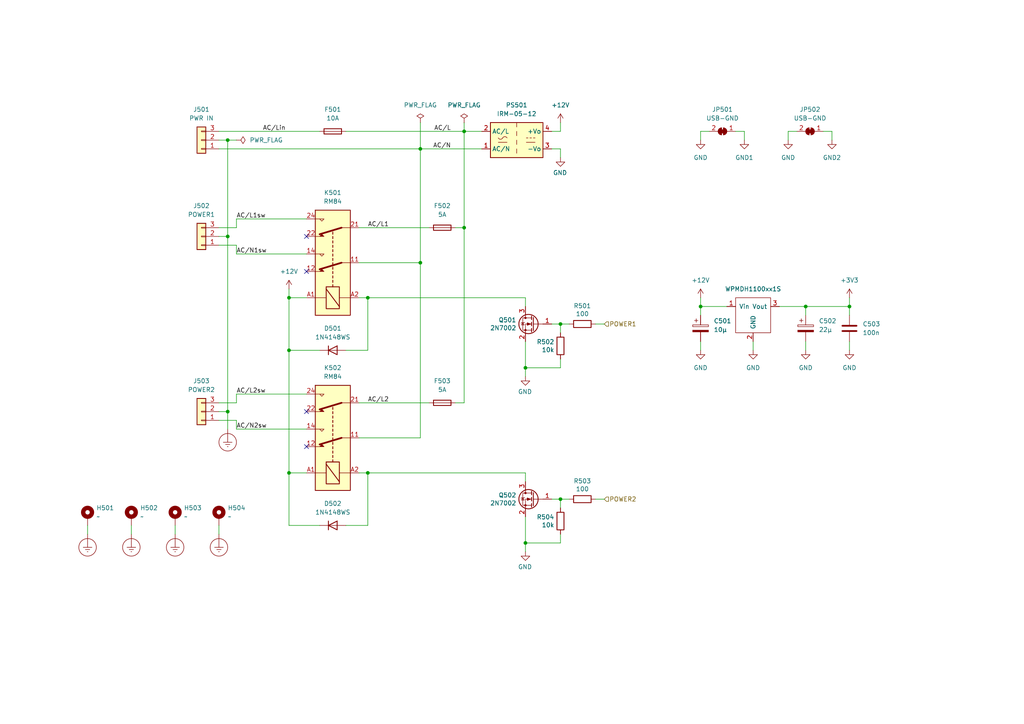
<source format=kicad_sch>
(kicad_sch (version 20211123) (generator eeschema)
  (paper "A4")
  (title_block (title "NAS control") (date "2023-01-11") (rev "0.1") (company "Eurovibes Benedikt Spranger") (comment 1 "SPDX-License-Identifier: CERN-OHL-S-2.0") (comment 2 "https://ohwr.org/cern_ohl_s_v2.txt") (comment 3 "To view a copy of this license, visit") (comment 4 "This work is licensed under the CERN-OHL-S v2"))
  (lib_symbols
    (symbol "Connector_Generic:Conn_01x03" (pin_names (offset 1.016) hide)
      (property "Reference" "J" (at 0 5.08 0))
      (property "Value" "Conn_01x03" (at 0 -5.08 0))
      (symbol "Conn_01x03_1_1"
        (rectangle (start -1.27 -2.413) (end 0 -2.667) (stroke (width 0.1524)))
        (rectangle (start -1.27 0.127) (end 0 -0.127) (stroke (width 0.1524)))
        (rectangle (start -1.27 2.667) (end 0 2.413) (stroke (width 0.1524)))
        (rectangle (start -1.27 3.81) (end 1.27 -3.81) (stroke (width 0.254)) (fill (type background)))
        (pin passive line (at -5.08 2.54 0) (length 3.81) (name "Pin_1") (number "1"))
        (pin passive line (at -5.08 0 0) (length 3.81) (name "Pin_2") (number "2"))
        (pin passive line (at -5.08 -2.54 0) (length 3.81) (name "Pin_3") (number "3"))
      )
    )
    (symbol "Converter_ACDC:IRM-05-12"
      (property "Reference" "PS" (at 0 6.35 0))
      (property "Value" "IRM-05-12" (at 0 -6.35 0))
      (symbol "IRM-05-12_0_1"
        (rectangle (start -7.62 5.08) (end 7.62 -5.08) (stroke (width 0.254)) (fill (type background)))
        (arc (start -5.334 0.635) (mid -4.699 0.2495) (end -4.064 0.635))
        (arc (start -2.794 0.635) (mid -3.429 1.0072) (end -4.064 0.635))
        (polyline (pts (xy -5.334 -0.635) (xy -2.794 -0.635)))
        (polyline (pts (xy 0 -2.54) (xy 0 -3.81)))
        (polyline (pts (xy 0 0) (xy 0 -1.27)))
        (polyline (pts (xy 0 2.54) (xy 0 1.27)))
        (polyline (pts (xy 0 5.08) (xy 0 3.81)))
        (polyline (pts (xy 2.794 -0.635) (xy 5.334 -0.635)))
        (polyline (pts (xy 2.794 0.635) (xy 3.302 0.635)))
        (polyline (pts (xy 3.81 0.635) (xy 4.318 0.635)))
        (polyline (pts (xy 4.826 0.635) (xy 5.334 0.635)))
      )
      (symbol "IRM-05-12_1_1"
        (pin power_in line (at -10.16 -2.54 0) (length 2.54) (name "AC/N") (number "1"))
        (pin power_in line (at -10.16 2.54 0) (length 2.54) (name "AC/L") (number "2"))
        (pin power_out line (at 10.16 -2.54 180) (length 2.54) (name "-Vo") (number "3"))
        (pin power_out line (at 10.16 2.54 180) (length 2.54) (name "+Vo") (number "4"))
      )
    )
    (symbol "Device:C" (pin_numbers hide) (pin_names (offset 0.254))
      (property "Reference" "C" (at 0.635 2.54 0))
      (property "Value" "C" (at 0.635 -2.54 0))
      (symbol "C_0_1"
        (polyline (pts (xy -2.032 -0.762) (xy 2.032 -0.762)) (stroke (width 0.508)))
        (polyline (pts (xy -2.032 0.762) (xy 2.032 0.762)) (stroke (width 0.508)))
      )
      (symbol "C_1_1"
        (pin passive line (at 0 3.81 270) (length 2.794) (name "~") (number "1"))
        (pin passive line (at 0 -3.81 90) (length 2.794) (name "~") (number "2"))
      )
    )
    (symbol "Device:C_Polarized" (pin_numbers hide) (pin_names (offset 0.254))
      (property "Reference" "C" (at 0.635 2.54 0))
      (property "Value" "C_Polarized" (at 0.635 -2.54 0))
      (symbol "C_Polarized_0_1"
        (rectangle (start -2.286 0.508) (end 2.286 1.016))
        (polyline (pts (xy -1.778 2.286) (xy -0.762 2.286)))
        (polyline (pts (xy -1.27 2.794) (xy -1.27 1.778)))
        (rectangle (start 2.286 -0.508) (end -2.286 -1.016) (fill (type outline)))
      )
      (symbol "C_Polarized_1_1"
        (pin passive line (at 0 3.81 270) (length 2.794) (name "~") (number "1"))
        (pin passive line (at 0 -3.81 90) (length 2.794) (name "~") (number "2"))
      )
    )
    (symbol "Device:Fuse" (pin_numbers hide) (pin_names (offset 0))
      (property "Reference" "F" (at 2.032 0 90))
      (property "Value" "Fuse" (at -1.905 0 90))
      (symbol "Fuse_0_1"
        (rectangle (start -0.762 -2.54) (end 0.762 2.54) (stroke (width 0.254)))
        (polyline (pts (xy 0 2.54) (xy 0 -2.54)))
      )
      (symbol "Fuse_1_1"
        (pin passive line (at 0 3.81 270) (length 1.27) (name "~") (number "1"))
        (pin passive line (at 0 -3.81 90) (length 1.27) (name "~") (number "2"))
      )
    )
    (symbol "Device:R" (pin_numbers hide) (pin_names (offset 0))
      (property "Reference" "R" (at 2.032 0 90))
      (property "Value" "R" (at 0 0 90))
      (symbol "R_0_1"
        (rectangle (start -1.016 -2.54) (end 1.016 2.54) (stroke (width 0.254)))
      )
      (symbol "R_1_1"
        (pin passive line (at 0 3.81 270) (length 1.27) (name "~") (number "1"))
        (pin passive line (at 0 -3.81 90) (length 1.27) (name "~") (number "2"))
      )
    )
    (symbol "Diode:1N4148WS" (pin_numbers hide) (pin_names (offset 1.016) hide)
      (property "Reference" "D" (at 0 2.54 0))
      (property "Value" "1N4148WS" (at 0 -2.54 0))
      (symbol "1N4148WS_0_1"
        (polyline (pts (xy -1.27 1.27) (xy -1.27 -1.27)) (stroke (width 0.254)))
        (polyline (pts (xy 1.27 0) (xy -1.27 0)))
        (polyline (pts (xy 1.27 1.27) (xy 1.27 -1.27) (xy -1.27 0) (xy 1.27 1.27)) (stroke (width 0.254)))
      )
      (symbol "1N4148WS_1_1"
        (pin passive line (at -3.81 0 0) (length 2.54) (name "K") (number "1"))
        (pin passive line (at 3.81 0 180) (length 2.54) (name "A") (number "2"))
      )
    )
    (symbol "Jumper:SolderJumper_2_Bridged" (pin_names (offset 0) hide)
      (property "Reference" "JP" (at 0 2.032 0))
      (property "Value" "SolderJumper_2_Bridged" (at 0 -2.54 0))
      (symbol "SolderJumper_2_Bridged_0_1"
        (rectangle (start -0.508 0.508) (end 0.508 -0.508) (fill (type outline)))
        (arc (start -0.254 1.016) (mid -1.27 0) (end -0.254 -1.016))
        (arc (start -0.254 1.016) (mid -1.27 0) (end -0.254 -1.016) (fill (type outline)))
        (polyline (pts (xy -0.254 1.016) (xy -0.254 -1.016)))
        (polyline (pts (xy 0.254 1.016) (xy 0.254 -1.016)))
        (arc (start 0.254 -1.016) (mid 1.27 0) (end 0.254 1.016))
        (arc (start 0.254 -1.016) (mid 1.27 0) (end 0.254 1.016) (fill (type outline)))
      )
      (symbol "SolderJumper_2_Bridged_1_1"
        (pin passive line (at -3.81 0 0) (length 2.54) (name "A") (number "1"))
        (pin passive line (at 3.81 0 180) (length 2.54) (name "B") (number "2"))
      )
    )
    (symbol "Mechanical:MountingHole_Pad" (pin_numbers hide) (pin_names (offset 1.016) hide)
      (property "Reference" "H" (at 0 6.35 0))
      (property "Value" "MountingHole_Pad" (at 0 4.445 0))
      (symbol "MountingHole_Pad_0_1"
        (circle (center 0 1.27) (radius 1.27) (stroke (width 1.27)))
      )
      (symbol "MountingHole_Pad_1_1"
        (pin input line (at 0 -2.54 90) (length 2.54) (name "1") (number "1"))
      )
    )
    (symbol "Relay:RM84"
      (property "Reference" "K" (at 16.51 3.81 0))
      (property "Value" "RM84" (at 16.51 1.27 0))
      (symbol "RM84_0_1"
        (rectangle (start -15.24 5.08) (end 15.24 -5.08) (stroke (width 0.254)) (fill (type background)))
        (rectangle (start -13.335 1.905) (end -6.985 -1.905) (stroke (width 0.254)))
        (polyline (pts (xy -12.7 -1.905) (xy -7.62 1.905)) (stroke (width 0.254)))
        (polyline (pts (xy -10.16 -5.08) (xy -10.16 -1.905)))
        (polyline (pts (xy -10.16 5.08) (xy -10.16 1.905)))
        (polyline (pts (xy -6.985 0) (xy -6.35 0)) (stroke (width 0.254)))
        (polyline (pts (xy -5.715 0) (xy -5.08 0)) (stroke (width 0.254)))
        (polyline (pts (xy -4.445 0) (xy -3.81 0)) (stroke (width 0.254)))
        (polyline (pts (xy -3.175 0) (xy -2.54 0)) (stroke (width 0.254)))
        (polyline (pts (xy -1.905 0) (xy -1.27 0)) (stroke (width 0.254)))
        (polyline (pts (xy -0.635 0) (xy 0 0)) (stroke (width 0.254)))
        (polyline (pts (xy 0 -2.54) (xy -1.905 3.81)) (stroke (width 0.508)))
        (polyline (pts (xy 0 -2.54) (xy 0 -5.08)))
        (polyline (pts (xy 0.635 0) (xy 1.27 0)) (stroke (width 0.254)))
        (polyline (pts (xy 1.905 0) (xy 2.54 0)) (stroke (width 0.254)))
        (polyline (pts (xy 3.175 0) (xy 3.81 0)) (stroke (width 0.254)))
        (polyline (pts (xy 4.445 0) (xy 5.08 0)) (stroke (width 0.254)))
        (polyline (pts (xy 5.715 0) (xy 6.35 0)) (stroke (width 0.254)))
        (polyline (pts (xy 6.985 0) (xy 7.62 0)) (stroke (width 0.254)))
        (polyline (pts (xy 8.255 0) (xy 8.89 0)) (stroke (width 0.254)))
        (polyline (pts (xy 10.16 -2.54) (xy 8.255 3.81)) (stroke (width 0.508)))
        (polyline (pts (xy 10.16 -2.54) (xy 10.16 -5.08)))
        (polyline (pts (xy -2.54 5.08) (xy -2.54 2.54) (xy -1.905 3.175) (xy -2.54 3.81)) (fill (type outline)))
        (polyline (pts (xy 2.54 5.08) (xy 2.54 2.54) (xy 1.905 3.175) (xy 2.54 3.81)))
        (polyline (pts (xy 7.62 5.08) (xy 7.62 2.54) (xy 8.255 3.175) (xy 7.62 3.81)) (fill (type outline)))
        (polyline (pts (xy 12.7 5.08) (xy 12.7 2.54) (xy 12.065 3.175) (xy 12.7 3.81)))
      )
      (symbol "RM84_1_1"
        (pin passive line (at 0 -7.62 90) (length 2.54) (name "~") (number "11"))
        (pin passive line (at -2.54 7.62 270) (length 2.54) (name "~") (number "12"))
        (pin passive line (at 2.54 7.62 270) (length 2.54) (name "~") (number "14"))
        (pin passive line (at 10.16 -7.62 90) (length 2.54) (name "~") (number "21"))
        (pin passive line (at 7.62 7.62 270) (length 2.54) (name "~") (number "22"))
        (pin passive line (at 12.7 7.62 270) (length 2.54) (name "~") (number "24"))
        (pin passive line (at -10.16 7.62 270) (length 2.54) (name "~") (number "A1"))
        (pin passive line (at -10.16 -7.62 90) (length 2.54) (name "~") (number "A2"))
      )
    )
    (symbol "Transistor_FET:2N7002" (pin_names hide)
      (property "Reference" "Q" (at 5.08 1.905 0))
      (property "Value" "2N7002" (at 5.08 0 0))
      (symbol "2N7002_0_1"
        (polyline (pts (xy 0.254 0) (xy -2.54 0)))
        (polyline (pts (xy 0.254 1.905) (xy 0.254 -1.905)) (stroke (width 0.254)))
        (polyline (pts (xy 0.762 -1.27) (xy 0.762 -2.286)) (stroke (width 0.254)))
        (polyline (pts (xy 0.762 0.508) (xy 0.762 -0.508)) (stroke (width 0.254)))
        (polyline (pts (xy 0.762 2.286) (xy 0.762 1.27)) (stroke (width 0.254)))
        (polyline (pts (xy 2.54 2.54) (xy 2.54 1.778)))
        (polyline (pts (xy 2.54 -2.54) (xy 2.54 0) (xy 0.762 0)))
        (polyline (pts (xy 0.762 -1.778) (xy 3.302 -1.778) (xy 3.302 1.778) (xy 0.762 1.778)))
        (polyline (pts (xy 1.016 0) (xy 2.032 0.381) (xy 2.032 -0.381) (xy 1.016 0)) (fill (type outline)))
        (polyline (pts (xy 2.794 0.508) (xy 2.921 0.381) (xy 3.683 0.381) (xy 3.81 0.254)))
        (polyline (pts (xy 3.302 0.381) (xy 2.921 -0.254) (xy 3.683 -0.254) (xy 3.302 0.381)))
        (circle (center 1.651 0) (radius 2.794) (stroke (width 0.254)))
        (circle (center 2.54 -1.778) (radius 0.254) (fill (type outline)))
        (circle (center 2.54 1.778) (radius 0.254) (fill (type outline)))
      )
      (symbol "2N7002_1_1"
        (pin input line (at -5.08 0 0) (length 2.54) (name "G") (number "1"))
        (pin passive line (at 2.54 -5.08 90) (length 2.54) (name "S") (number "2"))
        (pin passive line (at 2.54 5.08 270) (length 2.54) (name "D") (number "3"))
      )
    )
    (symbol "WPMHD1100xx1S:WPMDH1100xx1S" (pin_names (offset 1.016))
      (property "Reference" "U" (at 0 8.89 0))
      (property "Value" "WPMDH1100xx1S" (at 0 6.35 0))
      (symbol "WPMDH1100xx1S_0_1"
        (rectangle (start -5.08 -5.08) (end 5.08 5.08))
      )
      (symbol "WPMDH1100xx1S_1_1"
        (pin power_in line (at -7.62 2.54 0) (length 2.54) (name "Vin") (number "1"))
        (pin power_in line (at 0 -7.62 90) (length 2.54) (name "GND") (number "2"))
        (pin power_out line (at 7.62 2.54 180) (length 2.54) (name "Vout") (number "3"))
      )
    )
    (symbol "power:+12V" (power) (pin_names (offset 0))
      (property "Value" "+12V" (at 0 3.556 0))
      (symbol "+12V_0_1"
        (polyline (pts (xy -0.762 1.27) (xy 0 2.54)))
        (polyline (pts (xy 0 0) (xy 0 2.54)))
        (polyline (pts (xy 0 2.54) (xy 0.762 1.27)))
      )
      (symbol "+12V_1_1"
        (pin power_in line (at 0 0 90) (length 0) hide (name "+12V") (number "1"))
      )
    )
    (symbol "power:+3V3" (power) (pin_names (offset 0))
      (property "Value" "+3V3" (at 0 3.556 0))
      (symbol "+3V3_0_1"
        (polyline (pts (xy -0.762 1.27) (xy 0 2.54)))
        (polyline (pts (xy 0 0) (xy 0 2.54)))
        (polyline (pts (xy 0 2.54) (xy 0.762 1.27)))
      )
      (symbol "+3V3_1_1"
        (pin power_in line (at 0 0 90) (length 0) hide (name "+3V3") (number "1"))
      )
    )
    (symbol "power:Earth_Protective" (power) (pin_names (offset 0))
      (symbol "Earth_Protective_0_1"
        (circle (center 0 -3.81) (radius 2.54))
        (polyline (pts (xy -0.635 -4.445) (xy 0.635 -4.445)))
        (polyline (pts (xy -0.127 -5.08) (xy 0.127 -5.08)))
        (polyline (pts (xy 0 -3.81) (xy 0 0)))
        (polyline (pts (xy 1.27 -3.81) (xy -1.27 -3.81)))
      )
      (symbol "Earth_Protective_1_1"
        (pin power_in line (at 0 0 270) (length 0) hide (name "Earth_Protective") (number "1"))
      )
    )
    (symbol "power:GND" (power) (pin_names (offset 0))
      (property "Value" "GND" (at 0 -3.81 0))
      (symbol "GND_0_1"
        (polyline (pts (xy 0 0) (xy 0 -1.27) (xy 1.27 -1.27) (xy 0 -2.54) (xy -1.27 -1.27) (xy 0 -1.27)))
      )
      (symbol "GND_1_1"
        (pin power_in line (at 0 0 270) (length 0) hide (name "GND") (number "1"))
      )
    )
    (symbol "power:GND1" (power) (pin_names (offset 0))
      (property "Value" "GND1" (at 0 -3.81 0))
      (symbol "GND1_0_1"
        (polyline (pts (xy 0 0) (xy 0 -1.27) (xy 1.27 -1.27) (xy 0 -2.54) (xy -1.27 -1.27) (xy 0 -1.27)))
      )
      (symbol "GND1_1_1"
        (pin power_in line (at 0 0 270) (length 0) hide (name "GND1") (number "1"))
      )
    )
    (symbol "power:GND2" (power) (pin_names (offset 0))
      (property "Value" "GND2" (at 0 -3.81 0))
      (symbol "GND2_0_1"
        (polyline (pts (xy 0 0) (xy 0 -1.27) (xy 1.27 -1.27) (xy 0 -2.54) (xy -1.27 -1.27) (xy 0 -1.27)))
      )
      (symbol "GND2_1_1"
        (pin power_in line (at 0 0 270) (length 0) hide (name "GND2") (number "1"))
      )
    )
    (symbol "power:PWR_FLAG" (power) (pin_numbers hide) (pin_names (offset 0) hide)
      (property "Value" "PWR_FLAG" (at 0 3.81 0))
      (symbol "PWR_FLAG_0_0"
        (pin power_out line (at 0 0 90) (length 0) (name "pwr") (number "1"))
      )
      (symbol "PWR_FLAG_0_1"
        (polyline (pts (xy 0 0) (xy 0 1.27) (xy -1.016 1.905) (xy 0 2.54) (xy 1.016 1.905) (xy 0 1.27)))
      )
    )
  )
  (junction (at 106.68 137.16))
  (junction (at 66.04 68.58))
  (junction (at 162.56 144.78))
  (junction (at 106.68 86.36))
  (junction (at 83.82 101.6))
  (junction (at 152.4 106.68))
  (junction (at 134.62 66.04))
  (junction (at 66.04 40.64))
  (junction (at 121.92 76.2))
  (junction (at 233.68 88.9))
  (junction (at 152.4 157.48))
  (junction (at 246.38 88.9))
  (junction (at 83.82 86.36))
  (junction (at 134.62 38.1))
  (junction (at 83.82 137.16))
  (junction (at 66.04 119.38))
  (junction (at 203.2 88.9))
  (junction (at 162.56 93.98))
  (junction (at 121.92 43.18))
  (no_connect (at 88.9 68.58))
  (no_connect (at 88.9 78.74))
  (no_connect (at 88.9 129.54))
  (no_connect (at 88.9 119.38))
  (wire (pts (xy 68.58 116.84) (xy 63.5 116.84)))
  (wire (pts (xy 162.56 93.98) (xy 162.56 96.52)))
  (wire (pts (xy 66.04 40.64) (xy 68.58 40.64)))
  (wire (pts (xy 106.68 137.16) (xy 106.68 152.4)))
  (wire (pts (xy 162.56 144.78) (xy 160.02 144.78)))
  (wire (pts (xy 68.58 73.66) (xy 68.58 71.12)))
  (wire (pts (xy 226.06 88.9) (xy 233.68 88.9)))
  (wire (pts (xy 203.2 99.06) (xy 203.2 101.6)))
  (wire (pts (xy 83.82 86.36) (xy 83.82 101.6)))
  (wire (pts (xy 203.2 88.9) (xy 210.82 88.9)))
  (wire (pts (xy 88.9 86.36) (xy 83.82 86.36)))
  (wire (pts (xy 104.14 86.36) (xy 106.68 86.36)))
  (wire (pts (xy 104.14 76.2) (xy 121.92 76.2)))
  (wire (pts (xy 63.5 68.58) (xy 66.04 68.58)))
  (wire (pts (xy 104.14 137.16) (xy 106.68 137.16)))
  (wire (pts (xy 160.02 43.18) (xy 162.56 43.18)))
  (wire (pts (xy 152.4 86.36) (xy 152.4 88.9)))
  (wire (pts (xy 165.1 144.78) (xy 162.56 144.78)))
  (wire (pts (xy 228.6 38.1) (xy 231.14 38.1)))
  (wire (pts (xy 132.08 66.04) (xy 134.62 66.04)))
  (wire (pts (xy 100.33 38.1) (xy 134.62 38.1)))
  (wire (pts (xy 106.68 86.36) (xy 106.68 101.6)))
  (wire (pts (xy 162.56 43.18) (xy 162.56 45.72)))
  (wire (pts (xy 88.9 124.46) (xy 68.58 124.46)))
  (wire (pts (xy 68.58 114.3) (xy 68.58 116.84)))
  (wire (pts (xy 162.56 144.78) (xy 162.56 147.32)))
  (wire (pts (xy 88.9 137.16) (xy 83.82 137.16)))
  (wire (pts (xy 134.62 38.1) (xy 139.7 38.1)))
  (wire (pts (xy 203.2 38.1) (xy 203.2 40.64)))
  (wire (pts (xy 83.82 83.82) (xy 83.82 86.36)))
  (wire (pts (xy 68.58 66.04) (xy 63.5 66.04)))
  (wire (pts (xy 246.38 86.36) (xy 246.38 88.9)))
  (wire (pts (xy 121.92 43.18) (xy 139.7 43.18)))
  (wire (pts (xy 213.36 38.1) (xy 215.9 38.1)))
  (wire (pts (xy 152.4 157.48) (xy 152.4 160.02)))
  (wire (pts (xy 104.14 127) (xy 121.92 127)))
  (wire (pts (xy 25.4 152.4) (xy 25.4 154.94)))
  (wire (pts (xy 152.4 137.16) (xy 152.4 139.7)))
  (wire (pts (xy 63.5 152.4) (xy 63.5 154.94)))
  (wire (pts (xy 233.68 99.06) (xy 233.68 101.6)))
  (wire (pts (xy 152.4 106.68) (xy 162.56 106.68)))
  (wire (pts (xy 121.92 127) (xy 121.92 76.2)))
  (wire (pts (xy 160.02 38.1) (xy 162.56 38.1)))
  (wire (pts (xy 246.38 99.06) (xy 246.38 101.6)))
  (wire (pts (xy 83.82 101.6) (xy 92.71 101.6)))
  (wire (pts (xy 165.1 93.98) (xy 162.56 93.98)))
  (wire (pts (xy 83.82 101.6) (xy 83.82 137.16)))
  (wire (pts (xy 106.68 152.4) (xy 100.33 152.4)))
  (wire (pts (xy 83.82 137.16) (xy 83.82 152.4)))
  (wire (pts (xy 152.4 106.68) (xy 152.4 109.22)))
  (wire (pts (xy 63.5 40.64) (xy 66.04 40.64)))
  (wire (pts (xy 104.14 116.84) (xy 124.46 116.84)))
  (wire (pts (xy 162.56 38.1) (xy 162.56 35.56)))
  (wire (pts (xy 63.5 38.1) (xy 92.71 38.1)))
  (wire (pts (xy 246.38 91.44) (xy 246.38 88.9)))
  (wire (pts (xy 215.9 38.1) (xy 215.9 40.64)))
  (wire (pts (xy 152.4 157.48) (xy 162.56 157.48)))
  (wire (pts (xy 88.9 73.66) (xy 68.58 73.66)))
  (wire (pts (xy 104.14 66.04) (xy 124.46 66.04)))
  (wire (pts (xy 152.4 149.86) (xy 152.4 157.48)))
  (wire (pts (xy 68.58 121.92) (xy 63.5 121.92)))
  (wire (pts (xy 203.2 86.36) (xy 203.2 88.9)))
  (wire (pts (xy 134.62 116.84) (xy 134.62 66.04)))
  (wire (pts (xy 66.04 68.58) (xy 66.04 119.38)))
  (wire (pts (xy 152.4 99.06) (xy 152.4 106.68)))
  (wire (pts (xy 162.56 106.68) (xy 162.56 104.14)))
  (wire (pts (xy 203.2 88.9) (xy 203.2 91.44)))
  (wire (pts (xy 121.92 76.2) (xy 121.92 43.18)))
  (wire (pts (xy 233.68 88.9) (xy 233.68 91.44)))
  (wire (pts (xy 203.2 38.1) (xy 205.74 38.1)))
  (wire (pts (xy 134.62 66.04) (xy 134.62 38.1)))
  (wire (pts (xy 63.5 43.18) (xy 121.92 43.18)))
  (wire (pts (xy 100.33 101.6) (xy 106.68 101.6)))
  (wire (pts (xy 68.58 63.5) (xy 68.58 66.04)))
  (wire (pts (xy 228.6 38.1) (xy 228.6 40.64)))
  (wire (pts (xy 106.68 137.16) (xy 152.4 137.16)))
  (wire (pts (xy 68.58 71.12) (xy 63.5 71.12)))
  (wire (pts (xy 132.08 116.84) (xy 134.62 116.84)))
  (wire (pts (xy 175.26 93.98) (xy 172.72 93.98)))
  (wire (pts (xy 246.38 88.9) (xy 233.68 88.9)))
  (wire (pts (xy 241.3 38.1) (xy 241.3 40.64)))
  (wire (pts (xy 66.04 40.64) (xy 66.04 68.58)))
  (wire (pts (xy 66.04 119.38) (xy 66.04 124.46)))
  (wire (pts (xy 218.44 99.06) (xy 218.44 101.6)))
  (wire (pts (xy 238.76 38.1) (xy 241.3 38.1)))
  (wire (pts (xy 134.62 35.56) (xy 134.62 38.1)))
  (wire (pts (xy 121.92 35.56) (xy 121.92 43.18)))
  (wire (pts (xy 88.9 63.5) (xy 68.58 63.5)))
  (wire (pts (xy 175.26 144.78) (xy 172.72 144.78)))
  (wire (pts (xy 162.56 157.48) (xy 162.56 154.94)))
  (wire (pts (xy 38.1 152.4) (xy 38.1 154.94)))
  (wire (pts (xy 63.5 119.38) (xy 66.04 119.38)))
  (wire (pts (xy 50.8 152.4) (xy 50.8 154.94)))
  (wire (pts (xy 83.82 152.4) (xy 92.71 152.4)))
  (wire (pts (xy 68.58 124.46) (xy 68.58 121.92)))
  (wire (pts (xy 106.68 86.36) (xy 152.4 86.36)))
  (wire (pts (xy 88.9 114.3) (xy 68.58 114.3)))
  (wire (pts (xy 162.56 93.98) (xy 160.02 93.98)))
  (label "AC{slash}N2sw" (at 68.58 124.46 0))
  (label "AC{slash}L1sw" (at 68.58 63.5 0))
  (label "AC{slash}L" (at 130.81 38.1 180))
  (label "AC{slash}L1" (at 106.68 66.04 0))
  (label "AC{slash}N1sw" (at 68.58 73.66 0))
  (label "AC{slash}L2" (at 106.68 116.84 0))
  (label "AC{slash}Lin" (at 76.2 38.1 0))
  (label "AC{slash}L2sw" (at 68.58 114.3 0))
  (label "AC{slash}N" (at 130.81 43.18 180))
  (hierarchical_label "POWER1" (shape input) (at 175.26 93.98 0))
  (hierarchical_label "POWER2" (shape input) (at 175.26 144.78 0))
  (symbol (lib_id "power:+3V3") (at 246.38 86.36 0) (unit 1)
    (property "Reference" "#PWR0509" (effects hide))
    (property "Value" "+3V3" (at 246.38 81.28 0))
  )
  (symbol (lib_id "power:Earth_Protective") (at 50.8 154.94 0) (unit 1)
    (property "Reference" "#PWR0518" (effects hide))
    (property "Value" "Earth_Protective" (effects hide))
  )
  (symbol (lib_id "power:+12V") (at 162.56 35.56 0) (unit 1)
    (property "Reference" "#PWR0501" (effects hide))
    (property "Value" "+12V" (at 162.56 30.48 0))
  )
  (symbol (lib_id "Mechanical:MountingHole_Pad") (at 50.8 149.86 0) (unit 1)
    (property "Reference" "H503" (at 53.34 147.3199 0) (effects (justify left)))
    (property "Value" "~" (at 53.34 149.8599 0) (effects (justify left)))
    (property "Footprint" "MountingHole:MountingHole_3.2mm_M3_Pad" (effects hide))
  )
  (symbol (lib_id "Jumper:SolderJumper_2_Bridged") (at 209.55 38.1 180) (unit 1)
    (property "Reference" "JP501" (at 209.55 31.75 0))
    (property "Value" "USB-GND" (at 209.55 34.29 0))
    (property "Footprint" "Jumper:SolderJumper-2_P1.3mm_Bridged2Bar_Pad1.0x1.5mm" (effects hide))
    (property "assemble" "n" (effects hide))
    (property "mpn" "N/A" (effects hide))
  )
  (symbol (lib_id "power:GND1") (at 215.9 40.64 0) (unit 1)
    (property "Reference" "#PWR0503" (effects hide))
    (property "Value" "GND1" (at 215.9 45.72 0))
  )
  (symbol (lib_id "power:PWR_FLAG") (at 68.58 40.64 270) (unit 1)
    (property "Reference" "#FLG0503" (effects hide))
    (property "Value" "PWR_FLAG" (at 72.39 40.6399 90) (effects (justify left)))
  )
  (symbol (lib_id "Transistor_FET:2N7002") (at 154.94 144.78 0) (mirror y) (unit 1)
    (property "Reference" "Q502" (at 149.7584 143.6116 0) (effects (justify left)))
    (property "Value" "2N7002" (at 149.7584 145.923 0) (effects (justify left)))
    (property "Footprint" "Package_TO_SOT_SMD:SOT-23" (effects hide))
    (property "Datasheet" "https://www.fairchildsemi.com/datasheets/2N/2N7002.pdf" (effects hide))
    (property "assemble" "y" (effects hide))
    (property "Description" "60V 115mA 200mW 7.5Ω@10V,500mA 2.5V@250uA N Channel SOT-23(SOT-23-3) MOSFETs ROHS" (effects hide))
    (property "LCSC#" "C8545" (effects hide))
    (property "Manufacture" "Jiangsu Changjing Electronics Technology Co., Ltd." (effects hide))
    (property "SupplLink" "https://jlcpcb.com/partdetail/9040-2N7002/C8545" (effects hide))
    (property "mpn" "2N7002" (effects hide))
  )
  (symbol (lib_id "Device:Fuse") (at 128.27 116.84 90) (unit 1)
    (property "Reference" "F503" (at 128.27 110.49 90))
    (property "Value" "5A" (at 128.27 113.03 90))
    (property "Footprint" "Connector_Wire:SolderWire-1.5sqmm_1x02_P6mm_D1.7mm_OD3mm_Relief" (effects hide))
    (property "assemble" "n" (effects hide))
    (property "Description" "Buchse; zylindrische Sicherungen; 5x20mm; 10A; 250V; Auf: Ø13,2mm" (effects hide))
    (property "Manufacture" "SCI" (effects hide))
    (property "SupplLink" "https://www.tme.eu/de/details/r3-12e/sicherungsdosen-fur-panel/sci/" (effects hide))
    (property "mpn" "R3-12E" (effects hide))
    (property "tme#" "R3-12E" (effects hide))
  )
  (symbol (lib_id "power:GND") (at 203.2 40.64 0) (unit 1)
    (property "Reference" "#PWR0502" (effects hide))
    (property "Value" "GND" (at 203.2 45.72 0))
  )
  (symbol (lib_id "power:+12V") (at 203.2 86.36 0) (unit 1)
    (property "Reference" "#PWR0508" (effects hide))
    (property "Value" "+12V" (at 203.2 81.28 0))
  )
  (symbol (lib_id "power:GND") (at 203.2 101.6 0) (unit 1)
    (property "Reference" "#PWR0510" (effects hide))
    (property "Value" "GND" (at 203.2 106.68 0))
  )
  (symbol (lib_id "Mechanical:MountingHole_Pad") (at 38.1 149.86 0) (unit 1)
    (property "Reference" "H502" (at 40.64 147.3199 0) (effects (justify left)))
    (property "Value" "~" (at 40.64 149.8599 0) (effects (justify left)))
    (property "Footprint" "MountingHole:MountingHole_3.2mm_M3_Pad" (effects hide))
  )
  (symbol (lib_id "Device:R") (at 162.56 100.33 0) (mirror y) (unit 1)
    (property "Reference" "R502" (at 160.782 99.1616 0) (effects (justify left)))
    (property "Value" "10k" (at 160.782 101.473 0) (effects (justify left)))
    (property "Footprint" "Resistor_SMD:R_0402_1005Metric" (effects hide))
    (property "assemble" "y" (effects hide))
    (property "Description" "62.5mW Thick Film Resistors 50V ±100ppm/℃ ±1% -55℃~+155℃ 10kΩ 0402 Chip Resistor - Surface Mount ROHS" (effects hide))
    (property "LCSC#" "C25744" (effects hide))
    (property "Manufacture" "UNI-ROYAL(Uniroyal Elec)" (effects hide))
    (property "SupplLink" "https://jlcpcb.com/partdetail/26487-0402WGF1002TCE/C25744" (effects hide))
    (property "mpn" "0402WGF1002TCE" (effects hide))
  )
  (symbol (lib_id "power:GND") (at 152.4 160.02 0) (mirror y) (unit 1)
    (property "Reference" "#PWR0520" (effects hide))
    (property "Value" "GND" (at 152.273 164.4142 0))
  )
  (symbol (lib_id "Transistor_FET:2N7002") (at 154.94 93.98 0) (mirror y) (unit 1)
    (property "Reference" "Q501" (at 149.7584 92.8116 0) (effects (justify left)))
    (property "Value" "2N7002" (at 149.7584 95.123 0) (effects (justify left)))
    (property "Footprint" "Package_TO_SOT_SMD:SOT-23" (effects hide))
    (property "Datasheet" "https://www.fairchildsemi.com/datasheets/2N/2N7002.pdf" (effects hide))
    (property "assemble" "y" (effects hide))
    (property "Description" "60V 115mA 200mW 7.5Ω@10V,500mA 2.5V@250uA N Channel SOT-23(SOT-23-3) MOSFETs ROHS" (effects hide))
    (property "LCSC#" "C8545" (effects hide))
    (property "Manufacture" "Jiangsu Changjing Electronics Technology Co., Ltd." (effects hide))
    (property "SupplLink" "https://jlcpcb.com/partdetail/9040-2N7002/C8545" (effects hide))
    (property "mpn" "2N7002" (effects hide))
  )
  (symbol (lib_id "Device:C_Polarized") (at 203.2 95.25 0) (unit 1)
    (property "Reference" "C501" (at 207.01 93.0909 0) (effects (justify left)))
    (property "Value" "10µ" (at 207.01 95.6309 0) (effects (justify left)))
    (property "Footprint" "Capacitor_SMD:CP_Elec_5x5.4" (effects hide))
    (property "Reference" "C501" (effects hide))
    (property "Value" "10µ" (effects hide))
    (property "assemble" "y" (effects hide))
    (property "Description" "-45℃~+105℃ 2000hrs@105℃ 10uF 5.4mm 50V 5mm ±20% SMD,D5xL5.4mm Aluminum Electrolytic Capacitors - SMD ROHS" (effects hide))
    (property "LCSC#" "C72487" (effects hide))
    (property "Manufacture" "ROQANG" (effects hide))
    (property "SupplLink" "https://jlcpcb.com/partdetail/Roqang-RVT1H100M0505/C72487" (effects hide))
    (property "mpn" "RVT1H100M0505" (effects hide))
  )
  (symbol (lib_id "power:Earth_Protective") (at 63.5 154.94 0) (unit 1)
    (property "Reference" "#PWR0519" (effects hide))
    (property "Value" "Earth_Protective" (effects hide))
  )
  (symbol (lib_id "Connector_Generic:Conn_01x03") (at 58.42 68.58 180) (unit 1)
    (property "Reference" "J502" (at 58.42 59.69 0))
    (property "Value" "POWER1" (at 58.42 62.23 0))
    (property "Footprint" "Connector_Wire:SolderWire-1.5sqmm_1x03_P6mm_D1.7mm_OD3mm_Relief" (effects hide))
    (property "assemble" "n" (effects hide))
    (property "mpn" "N/A" (effects hide))
  )
  (symbol (lib_id "power:GND2") (at 241.3 40.64 0) (unit 1)
    (property "Reference" "#PWR0505" (effects hide))
    (property "Value" "GND2" (at 241.3 45.72 0))
  )
  (symbol (lib_id "WPMHD1100xx1S:WPMDH1100xx1S") (at 218.44 91.44 0) (unit 1)
    (property "Reference" "U501" (at 218.44 81.28 0))
    (property "Value" "WPMDH1100xx1S" (at 218.44 83.82 0))
    (property "Footprint" "WPMDH1100xx1S:WPMDH1100xx1S" (effects hide))
    (property "Reference" "U501" (effects hide))
    (property "Value" "WPMDH1100xx1S" (effects hide))
    (property "assemble" "y" (effects hide))
    (property "Description" "Converter: DC/DC; 3.3W; Uin: 6÷36V; Uout: 3.3VDC; Iout: 1A; SIP3; 1.9g" (effects hide))
    (property "mpn" "AMSRB1-783.3JZ" (effects hide))
    (property "Manufacture" "AIMTEC" (effects hide))
    (property "SupplLink" "https://www.tme.eu/en/details/amsrb1-783.3jz/dc-dc-converters/aimtec/" (effects hide))
    (property "tme#" "AMSRB1-783.3JZ" (effects hide))
  )
  (symbol (lib_id "power:GND") (at 152.4 109.22 0) (mirror y) (unit 1)
    (property "Reference" "#PWR0514" (effects hide))
    (property "Value" "GND" (at 152.273 113.6142 0))
  )
  (symbol (lib_id "Device:R") (at 162.56 151.13 0) (mirror y) (unit 1)
    (property "Reference" "R504" (at 160.782 149.9616 0) (effects (justify left)))
    (property "Value" "10k" (at 160.782 152.273 0) (effects (justify left)))
    (property "Footprint" "Resistor_SMD:R_0402_1005Metric" (effects hide))
    (property "assemble" "y" (effects hide))
    (property "Description" "62.5mW Thick Film Resistors 50V ±100ppm/℃ ±1% -55℃~+155℃ 10kΩ 0402 Chip Resistor - Surface Mount ROHS" (effects hide))
    (property "LCSC#" "C25744" (effects hide))
    (property "Manufacture" "UNI-ROYAL(Uniroyal Elec)" (effects hide))
    (property "SupplLink" "https://jlcpcb.com/partdetail/26487-0402WGF1002TCE/C25744" (effects hide))
    (property "mpn" "0402WGF1002TCE" (effects hide))
  )
  (symbol (lib_id "Device:C_Polarized") (at 233.68 95.25 0) (unit 1)
    (property "Reference" "C502" (at 237.49 93.0909 0) (effects (justify left)))
    (property "Value" "22µ" (at 237.49 95.6309 0) (effects (justify left)))
    (property "Footprint" "Capacitor_SMD:CP_Elec_6.3x5.4" (effects hide))
    (property "assemble" "y" (effects hide))
    (property "Description" "-45℃~+105℃ 2000hrs@105℃ 22uF 5.4mm 50V 6.3mm ±20% SMD,D6.3xL5.4mm Aluminum Electrolytic Capacitors - SMD ROHS" (effects hide))
    (property "LCSC#" "C72505" (effects hide))
    (property "Manufacture" "ROQANG" (effects hide))
    (property "SupplLink" "https://jlcpcb.com/partdetail/Roqang-RVT1H220M0605/C72505" (effects hide))
    (property "mpn" "RVT1H220M0605" (effects hide))
  )
  (symbol (lib_id "Jumper:SolderJumper_2_Bridged") (at 234.95 38.1 180) (unit 1)
    (property "Reference" "JP502" (at 234.95 31.75 0))
    (property "Value" "USB-GND" (at 234.95 34.29 0))
    (property "Footprint" "Jumper:SolderJumper-2_P1.3mm_Bridged2Bar_Pad1.0x1.5mm" (effects hide))
    (property "assemble" "n" (effects hide))
    (property "mpn" "N/A" (effects hide))
  )
  (symbol (lib_id "Mechanical:MountingHole_Pad") (at 25.4 149.86 0) (unit 1)
    (property "Reference" "H501" (at 27.94 147.3199 0) (effects (justify left)))
    (property "Value" "~" (at 27.94 149.8599 0) (effects (justify left)))
    (property "Footprint" "MountingHole:MountingHole_3.2mm_M3_Pad" (effects hide))
  )
  (symbol (lib_id "Connector_Generic:Conn_01x03") (at 58.42 119.38 180) (unit 1)
    (property "Reference" "J503" (at 58.42 110.49 0))
    (property "Value" "POWER2" (at 58.42 113.03 0))
    (property "Footprint" "Connector_Wire:SolderWire-1.5sqmm_1x03_P6mm_D1.7mm_OD3mm_Relief" (effects hide))
    (property "assemble" "n" (effects hide))
    (property "mpn" "N/A" (effects hide))
  )
  (symbol (lib_id "power:PWR_FLAG") (at 121.92 35.56 0) (unit 1)
    (property "Reference" "#FLG0501" (effects hide))
    (property "Value" "PWR_FLAG" (at 121.92 30.48 0))
  )
  (symbol (lib_id "power:+12V") (at 83.82 83.82 0) (unit 1)
    (property "Reference" "#PWR0507" (effects hide))
    (property "Value" "+12V" (at 83.82 78.74 0))
  )
  (symbol (lib_id "Relay:RM84") (at 96.52 127 90) (unit 1)
    (property "Reference" "K502" (at 96.52 106.68 90))
    (property "Value" "RM84" (at 96.52 109.22 90))
    (property "Footprint" "Relay_THT:Relay_DPDT_Finder_40.52" (effects hide))
    (property "Datasheet" "http://www.relpol.pl/en/content/download/13766/168095/file/e_RM84.pdf" (effects hide))
    (property "assemble" "n" (effects hide))
    (property "Description" "Relais: elektromagnetisch; DPDT; USpule : 12VDC; 8A; 8A/250VAC" (effects hide))
    (property "Manufacture" "RELPOL" (effects hide))
    (property "SupplLink" "https://www.tme.eu/de/details/rm84-2012-35-1012/elektromagnetische-mini-relais/relpol/" (effects hide))
    (property "mpn" "RM84-2012-35-1012" (effects hide))
    (property "tme#" "RM84-2012-35-1012" (effects hide))
  )
  (symbol (lib_id "power:GND") (at 218.44 101.6 0) (unit 1)
    (property "Reference" "#PWR0511" (effects hide))
    (property "Value" "GND" (at 218.44 106.68 0))
  )
  (symbol (lib_id "Converter_ACDC:IRM-05-12") (at 149.86 40.64 0) (unit 1)
    (property "Reference" "PS501" (at 149.86 30.48 0))
    (property "Value" "IRM-05-12" (at 149.86 33.02 0))
    (property "Footprint" "Converter_ACDC:Converter_ACDC_MeanWell_IRM-05-xx_THT" (effects hide))
    (property "Datasheet" "https://www.meanwell.com/Upload/PDF/IRM-05/IRM-05-SPEC.PDF" (effects hide))
    (property "Datasheet" "https://www.meanwell.com/Upload/PDF/IRM-05/IRM-05-SPEC.PDF" (effects hide))
    (property "Reference" "PS501" (effects hide))
    (property "Value" "IRM-05-12" (effects hide))
    (property "assemble" "n" (effects hide))
    (property "Description" "Impuls; Modul; 5,04W; 12VDC; 0,42A; OUT: 1; 40g; -30÷70°C" (effects hide))
    (property "Manufacture" "MEAN WELL" (effects hide))
    (property "SupplLink" "https://www.tme.eu/de/details/irm-05-12/einbau-netzteile/mean-well/" (effects hide))
    (property "mpn" "IRM-05-12" (effects hide))
    (property "tme#" "IRM-05-12" (effects hide))
  )
  (symbol (lib_id "power:GND") (at 162.56 45.72 0) (mirror y) (unit 1)
    (property "Reference" "#PWR0506" (effects hide))
    (property "Value" "GND" (at 162.433 50.1142 0))
  )
  (symbol (lib_id "Device:Fuse") (at 128.27 66.04 90) (unit 1)
    (property "Reference" "F502" (at 128.27 59.69 90))
    (property "Value" "5A" (at 128.27 62.23 90))
    (property "Footprint" "Connector_Wire:SolderWire-1.5sqmm_1x02_P6mm_D1.7mm_OD3mm_Relief" (effects hide))
    (property "assemble" "n" (effects hide))
    (property "Description" "Buchse; zylindrische Sicherungen; 5x20mm; 10A; 250V; Auf: Ø13,2mm" (effects hide))
    (property "Manufacture" "SCI" (effects hide))
    (property "SupplLink" "https://www.tme.eu/de/details/r3-12e/sicherungsdosen-fur-panel/sci/" (effects hide))
    (property "mpn" "R3-12E" (effects hide))
    (property "tme#" "R3-12E" (effects hide))
  )
  (symbol (lib_id "power:GND") (at 246.38 101.6 0) (unit 1)
    (property "Reference" "#PWR0513" (effects hide))
    (property "Value" "GND" (at 246.38 106.68 0))
  )
  (symbol (lib_id "power:Earth_Protective") (at 38.1 154.94 0) (unit 1)
    (property "Reference" "#PWR0517" (effects hide))
    (property "Value" "Earth_Protective" (effects hide))
  )
  (symbol (lib_id "Device:R") (at 168.91 93.98 90) (mirror x) (unit 1)
    (property "Reference" "R501" (at 168.91 88.7222 90))
    (property "Value" "100" (at 168.91 91.0336 90))
    (property "Footprint" "Resistor_SMD:R_0402_1005Metric" (effects hide))
    (property "assemble" "y" (effects hide))
    (property "Description" "62.5mW Thick Film Resistors 50V ±1% ±200ppm/℃ -55℃~+155℃ 100Ω 0402 Chip Resistor - Surface Mount ROHS" (effects hide))
    (property "LCSC#" "C25076" (effects hide))
    (property "Manufacture" "UNI-ROYAL(Uniroyal Elec)" (effects hide))
    (property "SupplLink" "https://jlcpcb.com/partdetail/25819-0402WGF1000TCE/C25076" (effects hide))
    (property "mpn" "0402WGF1000TCE" (effects hide))
  )
  (symbol (lib_id "Device:R") (at 168.91 144.78 90) (mirror x) (unit 1)
    (property "Reference" "R503" (at 168.91 139.5222 90))
    (property "Value" "100" (at 168.91 141.8336 90))
    (property "Footprint" "Resistor_SMD:R_0402_1005Metric" (effects hide))
    (property "assemble" "y" (effects hide))
    (property "Description" "62.5mW Thick Film Resistors 50V ±1% ±200ppm/℃ -55℃~+155℃ 100Ω 0402 Chip Resistor - Surface Mount ROHS" (effects hide))
    (property "LCSC#" "C25076" (effects hide))
    (property "Manufacture" "UNI-ROYAL(Uniroyal Elec)" (effects hide))
    (property "SupplLink" "https://jlcpcb.com/partdetail/25819-0402WGF1000TCE/C25076" (effects hide))
    (property "mpn" "0402WGF1000TCE" (effects hide))
  )
  (symbol (lib_id "Device:C") (at 246.38 95.25 0) (unit 1)
    (property "Reference" "C503" (at 250.19 93.9799 0) (effects (justify left)))
    (property "Value" "100n" (at 250.19 96.5199 0) (effects (justify left)))
    (property "Footprint" "Capacitor_SMD:C_0402_1005Metric" (effects hide))
    (property "Reference" "C503" (effects hide))
    (property "Value" "100n" (effects hide))
    (property "assemble" "y" (effects hide))
    (property "Description" "50V 100nF X7R ±10% 0402 Multilayer Ceramic Capacitors MLCC - SMD/SMT ROHS" (effects hide))
    (property "LCSC#" "C307331" (effects hide))
    (property "Manufacture" "Samsung Electro-Mechanics" (effects hide))
    (property "SupplLink" "https://jlcpcb.com/partdetail/291005-CL05B104KB54PNC/C307331" (effects hide))
    (property "mpn" "CL05B104KB54PNC" (effects hide))
  )
  (symbol (lib_id "Diode:1N4148WS") (at 96.52 101.6 0) (unit 1)
    (property "Reference" "D501" (at 96.52 95.25 0))
    (property "Value" "1N4148WS" (at 96.52 97.79 0))
    (property "Footprint" "Diode_SMD:D_SOD-323" (effects hide))
    (property "Datasheet" "https://www.vishay.com/docs/85751/1n4148ws.pdf" (effects hide))
    (property "Datasheet" "https://www.vishay.com/docs/85751/1n4148ws.pdf" (effects hide))
    (property "Reference" "D501" (effects hide))
    (property "Value" "1N4148WS" (effects hide))
    (property "assemble" "y" (effects hide))
    (property "Description" "100V +150℃@(Tj) 200mW Single 1.25V@150mA 4ns 1uA@75V 150mA SOD-323 Switching Diode ROHS" (effects hide))
    (property "LCSC#" "C2128" (effects hide))
    (property "Manufacture" "Jiangsu Changjing Electronics Technology Co., Ltd." (effects hide))
    (property "SupplLink" "https://jlcpcb.com/partdetail/2485-1N4148WS/C2128" (effects hide))
    (property "mpn" "1N4148WS" (effects hide))
  )
  (symbol (lib_id "Diode:1N4148WS") (at 96.52 152.4 0) (unit 1)
    (property "Reference" "D502" (at 96.52 146.05 0))
    (property "Value" "1N4148WS" (at 96.52 148.59 0))
    (property "Footprint" "Diode_SMD:D_SOD-323" (effects hide))
    (property "Datasheet" "https://www.vishay.com/docs/85751/1n4148ws.pdf" (effects hide))
    (property "assemble" "y" (effects hide))
    (property "Description" "100V +150℃@(Tj) 200mW Single 1.25V@150mA 4ns 1uA@75V 150mA SOD-323 Switching Diode ROHS" (effects hide))
    (property "LCSC#" "C2128" (effects hide))
    (property "Manufacture" "Jiangsu Changjing Electronics Technology Co., Ltd." (effects hide))
    (property "SupplLink" "https://jlcpcb.com/partdetail/2485-1N4148WS/C2128" (effects hide))
    (property "mpn" "1N4148WS" (effects hide))
  )
  (symbol (lib_id "Relay:RM84") (at 96.52 76.2 90) (unit 1)
    (property "Reference" "K501" (at 96.52 55.88 90))
    (property "Value" "RM84" (at 96.52 58.42 90))
    (property "Footprint" "Relay_THT:Relay_DPDT_Finder_40.52" (effects hide))
    (property "Datasheet" "http://www.relpol.pl/en/content/download/13766/168095/file/e_RM84.pdf" (effects hide))
    (property "Datasheet" "http://www.relpol.pl/en/content/download/13766/168095/file/e_RM84.pdf" (effects hide))
    (property "Reference" "K501" (effects hide))
    (property "Value" "RM84" (effects hide))
    (property "assemble" "n" (effects hide))
    (property "Description" "Relais: elektromagnetisch; DPDT; USpule : 12VDC; 8A; 8A/250VAC" (effects hide))
    (property "Manufacture" "RELPOL" (effects hide))
    (property "SupplLink" "https://www.tme.eu/de/details/rm84-2012-35-1012/elektromagnetische-mini-relais/relpol/" (effects hide))
    (property "mpn" "RM84-2012-35-1012" (effects hide))
    (property "tme#" "RM84-2012-35-1012" (effects hide))
  )
  (symbol (lib_id "power:PWR_FLAG") (at 134.62 35.56 0) (unit 1)
    (property "Reference" "#FLG0502" (effects hide))
    (property "Value" "PWR_FLAG" (at 134.62 30.48 0))
  )
  (symbol (lib_id "power:Earth_Protective") (at 66.04 124.46 0) (unit 1)
    (property "Reference" "#PWR0515" (effects hide))
    (property "Value" "Earth_Protective" (effects hide))
  )
  (symbol (lib_id "power:GND") (at 228.6 40.64 0) (unit 1)
    (property "Reference" "#PWR0504" (effects hide))
    (property "Value" "GND" (at 228.6 45.72 0))
  )
  (symbol (lib_id "power:Earth_Protective") (at 25.4 154.94 0) (unit 1)
    (property "Reference" "#PWR0516" (effects hide))
    (property "Value" "Earth_Protective" (effects hide))
  )
  (symbol (lib_id "Connector_Generic:Conn_01x03") (at 58.42 40.64 180) (unit 1)
    (property "Reference" "J501" (at 58.42 31.75 0))
    (property "Value" "PWR IN" (at 58.42 34.29 0))
    (property "Footprint" "Connector_Wire:SolderWire-1.5sqmm_1x03_P6mm_D1.7mm_OD3mm_Relief" (effects hide))
    (property "Reference" "J501" (effects hide))
    (property "Value" "PWR IN" (effects hide))
    (property "assemble" "n" (effects hide))
    (property "mpn" "N/A" (effects hide))
  )
  (symbol (lib_id "power:GND") (at 233.68 101.6 0) (unit 1)
    (property "Reference" "#PWR0512" (effects hide))
    (property "Value" "GND" (at 233.68 106.68 0))
  )
  (symbol (lib_id "Device:Fuse") (at 96.52 38.1 90) (unit 1)
    (property "Reference" "F501" (at 96.52 31.75 90))
    (property "Value" "10A" (at 96.52 34.29 90))
    (property "Footprint" "Connector_Wire:SolderWire-1.5sqmm_1x02_P6mm_D1.7mm_OD3mm_Relief" (effects hide))
    (property "Reference" "F501" (effects hide))
    (property "Value" "10A" (effects hide))
    (property "assemble" "n" (effects hide))
    (property "Description" "Buchse; zylindrische Sicherungen; 5x20mm; 10A; 250V; Auf: Ø13,2mm" (effects hide))
    (property "Manufacture" "SCI" (effects hide))
    (property "SupplLink" "https://www.tme.eu/de/details/r3-12e/sicherungsdosen-fur-panel/sci/" (effects hide))
    (property "mpn" "R3-12E" (effects hide))
    (property "tme#" "R3-12E" (effects hide))
  )
  (symbol (lib_id "Mechanical:MountingHole_Pad") (at 63.5 149.86 0) (unit 1)
    (property "Reference" "H504" (at 66.04 147.3199 0) (effects (justify left)))
    (property "Value" "~" (at 66.04 149.8599 0) (effects (justify left)))
    (property "Footprint" "MountingHole:MountingHole_3.2mm_M3_Pad" (effects hide))
  )
)
</source>
